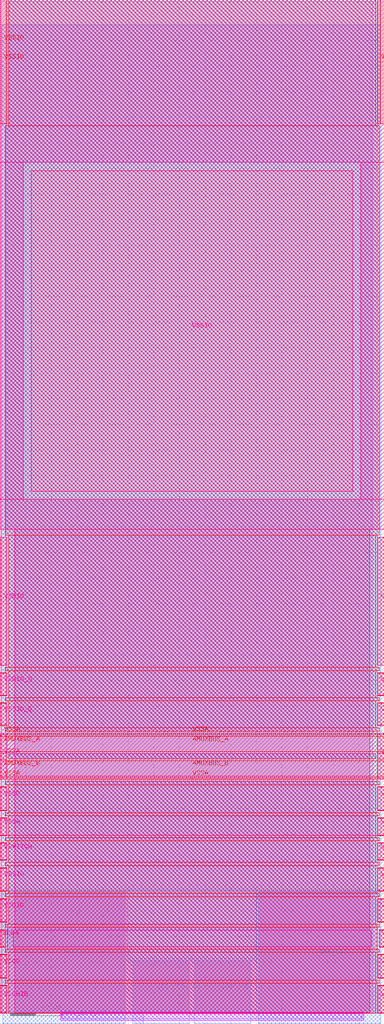
<source format=lef>
VERSION 5.7 ;
  NOWIREEXTENSIONATPIN ON ;
  DIVIDERCHAR "/" ;
  BUSBITCHARS "[]" ;
MACRO sky130_ef_io__vssio_hvc_pad
  CLASS PAD POWER ;
  FOREIGN sky130_ef_io__vssio_hvc_pad ;
  ORIGIN 0.000 0.000 ;
  SIZE 75.000 BY 197.965 ;
  PIN AMUXBUS_A
    DIRECTION INOUT ;
    USE SIGNAL ;
    PORT
      LAYER met4 ;
        RECT 0.000 51.090 75.000 54.070 ;
    END
    PORT
      LAYER met4 ;
        RECT 0.000 51.090 1.270 54.070 ;
    END
  END AMUXBUS_A
  PIN AMUXBUS_B
    DIRECTION INOUT ;
    USE SIGNAL ;
    PORT
      LAYER met4 ;
        RECT 0.000 46.330 75.000 49.310 ;
    END
    PORT
      LAYER met4 ;
        RECT 0.000 46.330 1.270 49.310 ;
    END
  END AMUXBUS_B
  PIN DRN_HVC
    DIRECTION INOUT ;
    USE POWER ;
    PORT
      LAYER met2 ;
        RECT 50.390 -2.035 74.290 23.625 ;
    END
    PORT
      LAYER met3 ;
        RECT 37.890 -2.035 48.890 10.345 ;
    END
  END DRN_HVC
  PIN SRC_BDY_HVC
    DIRECTION INOUT ;
    USE GROUND ;
    PORT
      LAYER met2 ;
        RECT 0.495 -2.035 24.395 0.020 ;
    END
    PORT
      LAYER met3 ;
        RECT 25.895 -2.035 36.895 10.390 ;
    END
  END SRC_BDY_HVC
  PIN VSSA
    DIRECTION INOUT ;
    USE GROUND ;
    PORT
      LAYER met5 ;
        RECT 73.730 45.700 75.000 54.700 ;
    END
    PORT
      LAYER met5 ;
        RECT 73.730 34.805 75.000 38.050 ;
    END
    PORT
      LAYER met5 ;
        RECT 0.000 45.700 1.270 54.700 ;
    END
    PORT
      LAYER met5 ;
        RECT 0.000 34.805 1.270 38.050 ;
    END
    PORT
      LAYER met4 ;
        RECT 73.730 49.610 75.000 50.790 ;
    END
    PORT
      LAYER met4 ;
        RECT 0.000 54.370 75.000 54.700 ;
    END
    PORT
      LAYER met4 ;
        RECT 0.000 45.700 75.000 46.030 ;
    END
    PORT
      LAYER met4 ;
        RECT 73.730 34.700 75.000 38.150 ;
    END
    PORT
      LAYER met4 ;
        RECT 0.000 45.700 1.270 46.030 ;
    END
    PORT
      LAYER met4 ;
        RECT 0.000 49.610 1.270 50.790 ;
    END
    PORT
      LAYER met4 ;
        RECT 0.000 54.370 1.270 54.700 ;
    END
    PORT
      LAYER met4 ;
        RECT 0.000 34.700 1.270 38.150 ;
    END
  END VSSA
  PIN VDDA
    DIRECTION INOUT ;
    USE POWER ;
    PORT
      LAYER met5 ;
        RECT 74.035 13.000 75.000 16.250 ;
    END
    PORT
      LAYER met5 ;
        RECT 0.000 13.000 0.965 16.250 ;
    END
    PORT
      LAYER met4 ;
        RECT 74.035 12.900 75.000 16.350 ;
    END
    PORT
      LAYER met4 ;
        RECT 0.000 12.900 0.965 16.350 ;
    END
  END VDDA
  PIN VSWITCH
    DIRECTION INOUT ;
    USE POWER ;
    PORT
      LAYER met5 ;
        RECT 73.730 29.950 75.000 33.200 ;
    END
    PORT
      LAYER met5 ;
        RECT 0.000 29.950 1.270 33.200 ;
    END
    PORT
      LAYER met4 ;
        RECT 73.730 29.850 75.000 33.300 ;
    END
    PORT
      LAYER met4 ;
        RECT 0.000 29.850 1.270 33.300 ;
    END
  END VSWITCH
  PIN VDDIO_Q
    DIRECTION INOUT ;
    USE POWER ;
    PORT
      LAYER met5 ;
        RECT 73.730 62.150 75.000 66.400 ;
    END
    PORT
      LAYER met5 ;
        RECT 0.000 62.150 1.270 66.400 ;
    END
    PORT
      LAYER met4 ;
        RECT 73.730 62.050 75.000 66.500 ;
    END
    PORT
      LAYER met4 ;
        RECT 0.000 62.050 1.270 66.500 ;
    END
  END VDDIO_Q
  PIN VCCHIB
    DIRECTION INOUT ;
    USE POWER ;
    PORT
      LAYER met5 ;
        RECT 73.730 0.100 75.000 5.350 ;
    END
    PORT
      LAYER met5 ;
        RECT 0.000 0.100 1.270 5.350 ;
    END
    PORT
      LAYER met4 ;
        RECT 73.730 0.000 75.000 5.450 ;
    END
    PORT
      LAYER met4 ;
        RECT 0.000 0.000 1.270 5.450 ;
    END
  END VCCHIB
  PIN VDDIO
    DIRECTION INOUT ;
    USE POWER ;
    PORT
      LAYER met5 ;
        RECT 73.730 68.000 75.000 92.950 ;
    END
    PORT
      LAYER met5 ;
        RECT 73.730 17.850 75.000 22.300 ;
    END
    PORT
      LAYER met5 ;
        RECT 0.000 68.000 1.270 92.950 ;
    END
    PORT
      LAYER met5 ;
        RECT 0.000 17.850 1.270 22.300 ;
    END
    PORT
      LAYER met4 ;
        RECT 73.730 17.750 75.000 22.400 ;
    END
    PORT
      LAYER met4 ;
        RECT 73.730 68.000 75.000 92.965 ;
    END
    PORT
      LAYER met4 ;
        RECT 0.000 17.750 1.270 22.400 ;
    END
    PORT
      LAYER met4 ;
        RECT 0.000 68.000 1.270 92.965 ;
    END
  END VDDIO
  PIN VCCD
    DIRECTION INOUT ;
    USE POWER ;
    PORT
      LAYER met5 ;
        RECT 73.730 6.950 75.000 11.400 ;
    END
    PORT
      LAYER met5 ;
        RECT 0.000 6.950 1.270 11.400 ;
    END
    PORT
      LAYER met4 ;
        RECT 73.730 6.850 75.000 11.500 ;
    END
    PORT
      LAYER met4 ;
        RECT 0.000 6.850 1.270 11.500 ;
    END
  END VCCD
  PIN VSSIO
    DIRECTION INOUT ;
    USE GROUND ;
    PORT
      LAYER met5 ;
        RECT 6.100 101.975 68.800 164.590 ;
    END
    PORT
      LAYER met4 ;
        RECT 0.630 189.565 0.640 189.575 ;
    END
    PORT
      LAYER met4 ;
        RECT 74.250 173.750 75.000 197.965 ;
    END
    PORT
      LAYER met3 ;
        RECT 0.495 -2.035 24.395 23.815 ;
    END
    PORT
      LAYER met3 ;
        RECT 50.390 -2.035 74.290 23.815 ;
    END
    PORT
      LAYER met5 ;
        RECT 73.730 23.900 75.000 28.350 ;
    END
    PORT
      LAYER met5 ;
        RECT 0.000 23.900 1.270 28.350 ;
    END
    PORT
      LAYER met4 ;
        RECT 73.730 23.800 75.000 28.450 ;
    END
    PORT
      LAYER met4 ;
        RECT 73.730 173.750 75.000 197.965 ;
    END
    PORT
      LAYER met4 ;
        RECT 0.000 173.750 1.270 197.965 ;
    END
    PORT
      LAYER met4 ;
        RECT 0.000 23.800 1.270 28.450 ;
    END
  END VSSIO
  PIN VSSD
    DIRECTION INOUT ;
    USE GROUND ;
    PORT
      LAYER met5 ;
        RECT 73.730 39.650 75.000 44.100 ;
    END
    PORT
      LAYER met5 ;
        RECT 0.000 39.650 1.270 44.100 ;
    END
    PORT
      LAYER met4 ;
        RECT 73.730 39.550 75.000 44.200 ;
    END
    PORT
      LAYER met4 ;
        RECT 0.000 39.550 1.270 44.200 ;
    END
  END VSSD
  PIN VSSIO_Q
    DIRECTION INOUT ;
    USE GROUND ;
    PORT
      LAYER met5 ;
        RECT 73.730 56.300 75.000 60.550 ;
    END
    PORT
      LAYER met5 ;
        RECT 0.000 56.300 1.270 60.550 ;
    END
    PORT
      LAYER met4 ;
        RECT 73.730 56.200 75.000 60.650 ;
    END
    PORT
      LAYER met4 ;
        RECT 0.000 56.200 1.270 60.650 ;
    END
  END VSSIO_Q
  OBS
      LAYER nwell ;
        RECT 11.860 -1.350 70.965 0.170 ;
      LAYER li1 ;
        RECT 1.070 0.000 72.775 197.660 ;
        RECT 12.065 -0.145 13.045 0.000 ;
        RECT 69.760 -0.145 70.650 0.000 ;
        RECT 12.065 -1.035 70.650 -0.145 ;
      LAYER met1 ;
        RECT 0.185 0.000 73.620 197.690 ;
        RECT 12.035 -0.115 13.350 0.000 ;
        POLYGON 13.350 0.000 13.465 -0.115 13.350 -0.115 ;
        POLYGON 69.540 0.000 69.540 -0.115 69.425 -0.115 ;
        RECT 69.540 -0.115 70.680 0.000 ;
        RECT 12.035 -1.065 70.680 -0.115 ;
      LAYER met2 ;
        RECT 0.265 23.905 74.290 193.040 ;
        RECT 0.265 0.300 50.110 23.905 ;
        RECT 24.675 0.000 50.110 0.300 ;
        RECT 25.895 -2.035 27.895 -0.115 ;
      LAYER met3 ;
        RECT 0.240 24.215 74.290 197.965 ;
        RECT 24.795 10.790 49.990 24.215 ;
        RECT 24.795 10.345 25.495 10.790 ;
        RECT 37.295 10.745 49.990 10.790 ;
        RECT 37.295 10.345 37.490 10.745 ;
        RECT 49.290 10.345 49.990 10.745 ;
      LAYER met4 ;
        RECT 1.670 173.350 73.330 197.965 ;
        RECT 0.965 93.365 74.035 173.350 ;
        RECT 1.670 67.600 73.330 93.365 ;
        RECT 0.965 66.900 74.035 67.600 ;
        RECT 1.670 61.650 73.330 66.900 ;
        RECT 0.965 61.050 74.035 61.650 ;
        RECT 1.670 55.800 73.330 61.050 ;
        RECT 0.965 55.100 74.035 55.800 ;
        RECT 1.670 49.710 73.330 50.690 ;
        RECT 0.965 44.600 74.035 45.300 ;
        RECT 1.670 39.150 73.330 44.600 ;
        RECT 0.965 38.550 74.035 39.150 ;
        RECT 1.670 34.300 73.330 38.550 ;
        RECT 0.965 33.700 74.035 34.300 ;
        RECT 1.670 29.450 73.330 33.700 ;
        RECT 0.965 28.850 74.035 29.450 ;
        RECT 1.670 23.400 73.330 28.850 ;
        RECT 0.965 22.800 74.035 23.400 ;
        RECT 1.670 17.350 73.330 22.800 ;
        RECT 0.965 16.750 74.035 17.350 ;
        RECT 1.365 12.500 73.635 16.750 ;
        RECT 0.965 11.900 74.035 12.500 ;
        RECT 1.670 6.450 73.330 11.900 ;
        RECT 0.965 5.850 74.035 6.450 ;
        RECT 1.670 0.000 73.330 5.850 ;
      LAYER met5 ;
        RECT 0.000 166.190 75.000 197.965 ;
        RECT 0.000 100.375 4.500 166.190 ;
        RECT 70.400 100.375 75.000 166.190 ;
        RECT 0.000 94.550 75.000 100.375 ;
        RECT 2.870 34.805 72.130 94.550 ;
        RECT 0.000 34.800 75.000 34.805 ;
        RECT 2.870 16.250 72.130 34.800 ;
        RECT 2.565 13.000 72.435 16.250 ;
        RECT 2.870 0.100 72.130 13.000 ;
  END
END sky130_ef_io__vssio_hvc_pad
END LIBRARY


</source>
